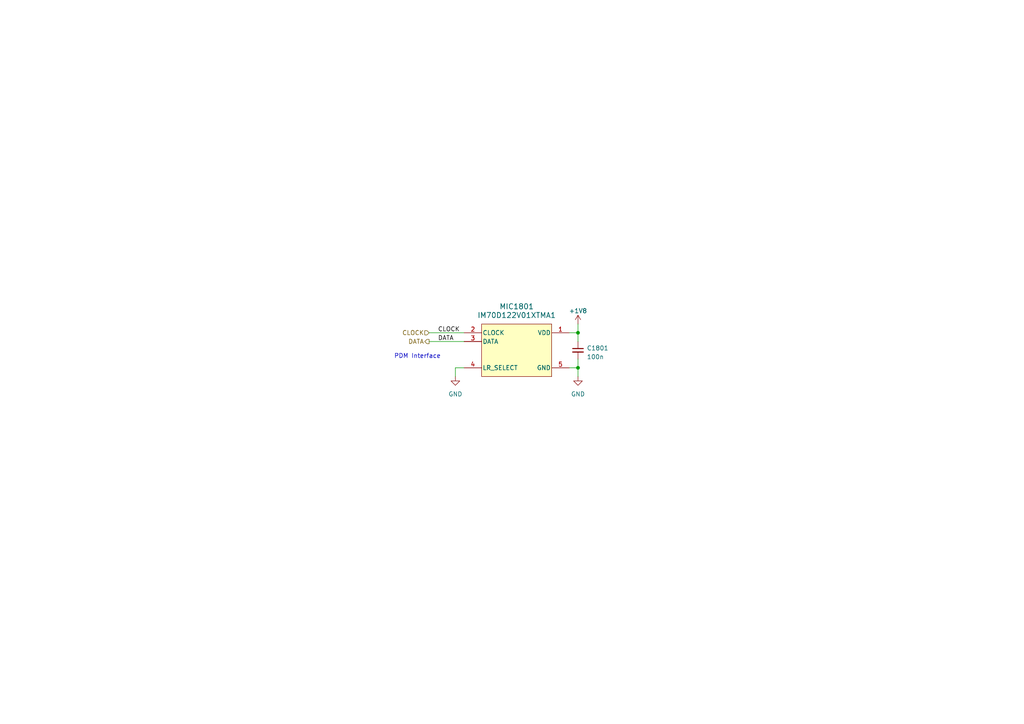
<source format=kicad_sch>
(kicad_sch (version 20230121) (generator eeschema)
  (paper "A4")
  (lib_symbols
    (symbol "Device:C_Small" (pin_numbers hide) (pin_names (offset 0.254) hide)
      (property "Reference" "C" (at 0.254 1.778 0))
      (property "Value" "C_Small" (at 0.254 -2.032 0))
      (symbol "C_Small_0_1"
        (polyline (pts (xy -1.524 -0.508) (xy 1.524 -0.508)) (stroke (width 0.3302)))
        (polyline (pts (xy -1.524 0.508) (xy 1.524 0.508)) (stroke (width 0.3048)))
      )
      (symbol "C_Small_1_1"
        (pin passive line (at 0 2.54 270) (length 2.032) (name "~") (number "1"))
        (pin passive line (at 0 -2.54 90) (length 2.032) (name "~") (number "2"))
      )
    )
    (symbol "IM70D122V01XTMA1:IM70D122V01XTMA1" (pin_names (offset 0.254))
      (property "Reference" "MIC" (at 0 10.16 0))
      (property "Value" "IM70D122V01XTMA1" (at 0 7.62 0))
      (symbol "IM70D122V01XTMA1_0_1"
        (pin power_in line (at 15.24 2.54 180) (length 5.08) (name "VDD") (number "1"))
        (pin input line (at -15.24 2.54 0) (length 5.08) (name "CLOCK") (number "2"))
        (pin output line (at -15.24 0 0) (length 5.08) (name "DATA") (number "3"))
        (pin input line (at -15.24 -7.62 0) (length 5.08) (name "LR_SELECT") (number "4"))
        (pin power_out line (at 15.24 -7.62 180) (length 5.08) (name "GND") (number "5"))
      )
      (symbol "IM70D122V01XTMA1_1_1"
        (rectangle (start -10.16 5.08) (end 10.16 -10.16) (fill (type background)))
      )
    )
    (symbol "power:+1V8" (power) (pin_names (offset 0))
      (property "Value" "+1V8" (at 0 3.556 0))
      (symbol "+1V8_0_1"
        (polyline (pts (xy -0.762 1.27) (xy 0 2.54)))
        (polyline (pts (xy 0 0) (xy 0 2.54)))
        (polyline (pts (xy 0 2.54) (xy 0.762 1.27)))
      )
      (symbol "+1V8_1_1"
        (pin power_in line (at 0 0 90) (length 0) hide (name "+1V8") (number "1"))
      )
    )
    (symbol "power:GND" (power) (pin_names (offset 0))
      (property "Value" "GND" (at 0 -3.81 0))
      (symbol "GND_0_1"
        (polyline (pts (xy 0 0) (xy 0 -1.27) (xy 1.27 -1.27) (xy 0 -2.54) (xy -1.27 -1.27) (xy 0 -1.27)))
      )
      (symbol "GND_1_1"
        (pin power_in line (at 0 0 270) (length 0) hide (name "GND") (number "1"))
      )
    )
  )
  (junction (at 167.64 96.52))
  (junction (at 167.64 106.68))
  (wire (pts (xy 124.46 99.06) (xy 134.62 99.06)))
  (wire (pts (xy 167.64 106.68) (xy 167.64 109.22)))
  (wire (pts (xy 132.08 106.68) (xy 134.62 106.68)))
  (wire (pts (xy 167.64 106.68) (xy 165.1 106.68)))
  (wire (pts (xy 167.64 99.06) (xy 167.64 96.52)))
  (wire (pts (xy 167.64 96.52) (xy 165.1 96.52)))
  (wire (pts (xy 167.64 93.98) (xy 167.64 96.52)))
  (wire (pts (xy 132.08 106.68) (xy 132.08 109.22)))
  (wire (pts (xy 167.64 104.14) (xy 167.64 106.68)))
  (wire (pts (xy 124.46 96.52) (xy 134.62 96.52)))
  (text "PDM Interface" (at 114.3 104.14 0) (effects (font (size 1.27 1.27)) (justify left bottom)))
  (label "CLOCK" (at 127 96.52 0))
  (label "DATA" (at 127 99.06 0))
  (hierarchical_label "CLOCK" (shape input) (at 124.46 96.52 180))
  (hierarchical_label "DATA" (shape output) (at 124.46 99.06 180))
  (symbol (lib_id "power:GND") (at 167.64 109.22 0) (unit 1)
    (property "Reference" "#PWR01801" (effects hide))
    (property "Value" "GND" (at 167.64 114.3 0))
  )
  (symbol (lib_id "IM70D122V01XTMA1:IM70D122V01XTMA1") (at 149.86 99.06 0) (unit 1)
    (property "Reference" "MIC1801" (at 149.86 88.9 0) (effects (font (size 1.524 1.524))))
    (property "Value" "IM70D122V01XTMA1" (at 149.86 91.44 0) (effects (font (size 1.524 1.524))))
    (property "Footprint" "watch_footprints:PG-TLGA-5-2_INF" (effects hide))
    (property "Datasheet" "https://www.mouser.co.uk/datasheet/2/196/Infineon_IM70D122_DataSheet_v01_00_EN-3107506.pdf" (effects hide))
  )
  (symbol (lib_id "power:+1V8") (at 167.64 93.98 0) (unit 1)
    (property "Reference" "#PWR01803" (effects hide))
    (property "Value" "+1V8" (at 167.64 90.17 0))
  )
  (symbol (lib_id "power:GND") (at 132.08 109.22 0) (unit 1)
    (property "Reference" "#PWR01802" (effects hide))
    (property "Value" "GND" (at 132.08 114.3 0))
  )
  (symbol (lib_id "Device:C_Small") (at 167.64 101.6 0) (unit 1)
    (property "Reference" "C1801" (at 170.18 100.9713 0) (effects (justify left)))
    (property "Value" "100n" (at 170.18 103.5113 0) (effects (justify left)))
    (property "Footprint" "Capacitor_SMD:C_0402_1005Metric" (effects hide))
  )
)
</source>
